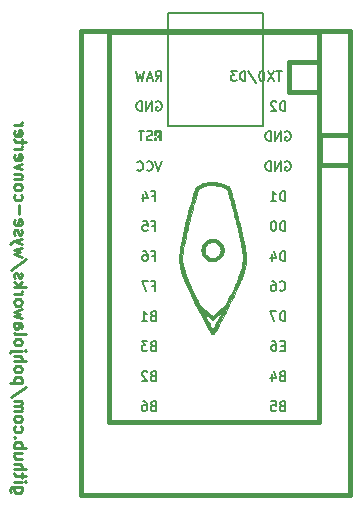
<source format=gbo>
G04 #@! TF.GenerationSoftware,KiCad,Pcbnew,(5.1.5-0-10_14)*
G04 #@! TF.CreationDate,2020-10-21T17:45:19+03:00*
G04 #@! TF.ProjectId,Wyse-converter,57797365-2d63-46f6-9e76-65727465722e,rev?*
G04 #@! TF.SameCoordinates,Original*
G04 #@! TF.FileFunction,Legend,Bot*
G04 #@! TF.FilePolarity,Positive*
%FSLAX46Y46*%
G04 Gerber Fmt 4.6, Leading zero omitted, Abs format (unit mm)*
G04 Created by KiCad (PCBNEW (5.1.5-0-10_14)) date 2020-10-21 17:45:19*
%MOMM*%
%LPD*%
G04 APERTURE LIST*
%ADD10C,0.250000*%
%ADD11C,0.010000*%
%ADD12C,0.381000*%
%ADD13C,0.200000*%
%ADD14C,0.150000*%
G04 APERTURE END LIST*
D10*
X86114285Y-86900476D02*
X85304761Y-86900476D01*
X85209523Y-86948095D01*
X85161904Y-86995714D01*
X85114285Y-87090952D01*
X85114285Y-87233809D01*
X85161904Y-87329047D01*
X85495238Y-86900476D02*
X85447619Y-86995714D01*
X85447619Y-87186190D01*
X85495238Y-87281428D01*
X85542857Y-87329047D01*
X85638095Y-87376666D01*
X85923809Y-87376666D01*
X86019047Y-87329047D01*
X86066666Y-87281428D01*
X86114285Y-87186190D01*
X86114285Y-86995714D01*
X86066666Y-86900476D01*
X85447619Y-86424285D02*
X86114285Y-86424285D01*
X86447619Y-86424285D02*
X86400000Y-86471904D01*
X86352380Y-86424285D01*
X86400000Y-86376666D01*
X86447619Y-86424285D01*
X86352380Y-86424285D01*
X86114285Y-86090952D02*
X86114285Y-85710000D01*
X86447619Y-85948095D02*
X85590476Y-85948095D01*
X85495238Y-85900476D01*
X85447619Y-85805238D01*
X85447619Y-85710000D01*
X85447619Y-85376666D02*
X86447619Y-85376666D01*
X85447619Y-84948095D02*
X85971428Y-84948095D01*
X86066666Y-84995714D01*
X86114285Y-85090952D01*
X86114285Y-85233809D01*
X86066666Y-85329047D01*
X86019047Y-85376666D01*
X86114285Y-84043333D02*
X85447619Y-84043333D01*
X86114285Y-84471904D02*
X85590476Y-84471904D01*
X85495238Y-84424285D01*
X85447619Y-84329047D01*
X85447619Y-84186190D01*
X85495238Y-84090952D01*
X85542857Y-84043333D01*
X85447619Y-83567142D02*
X86447619Y-83567142D01*
X86066666Y-83567142D02*
X86114285Y-83471904D01*
X86114285Y-83281428D01*
X86066666Y-83186190D01*
X86019047Y-83138571D01*
X85923809Y-83090952D01*
X85638095Y-83090952D01*
X85542857Y-83138571D01*
X85495238Y-83186190D01*
X85447619Y-83281428D01*
X85447619Y-83471904D01*
X85495238Y-83567142D01*
X85542857Y-82662380D02*
X85495238Y-82614761D01*
X85447619Y-82662380D01*
X85495238Y-82710000D01*
X85542857Y-82662380D01*
X85447619Y-82662380D01*
X85495238Y-81757619D02*
X85447619Y-81852857D01*
X85447619Y-82043333D01*
X85495238Y-82138571D01*
X85542857Y-82186190D01*
X85638095Y-82233809D01*
X85923809Y-82233809D01*
X86019047Y-82186190D01*
X86066666Y-82138571D01*
X86114285Y-82043333D01*
X86114285Y-81852857D01*
X86066666Y-81757619D01*
X85447619Y-81186190D02*
X85495238Y-81281428D01*
X85542857Y-81329047D01*
X85638095Y-81376666D01*
X85923809Y-81376666D01*
X86019047Y-81329047D01*
X86066666Y-81281428D01*
X86114285Y-81186190D01*
X86114285Y-81043333D01*
X86066666Y-80948095D01*
X86019047Y-80900476D01*
X85923809Y-80852857D01*
X85638095Y-80852857D01*
X85542857Y-80900476D01*
X85495238Y-80948095D01*
X85447619Y-81043333D01*
X85447619Y-81186190D01*
X85447619Y-80424285D02*
X86114285Y-80424285D01*
X86019047Y-80424285D02*
X86066666Y-80376666D01*
X86114285Y-80281428D01*
X86114285Y-80138571D01*
X86066666Y-80043333D01*
X85971428Y-79995714D01*
X85447619Y-79995714D01*
X85971428Y-79995714D02*
X86066666Y-79948095D01*
X86114285Y-79852857D01*
X86114285Y-79710000D01*
X86066666Y-79614761D01*
X85971428Y-79567142D01*
X85447619Y-79567142D01*
X86495238Y-78376666D02*
X85209523Y-79233809D01*
X86114285Y-78043333D02*
X85114285Y-78043333D01*
X86066666Y-78043333D02*
X86114285Y-77948095D01*
X86114285Y-77757619D01*
X86066666Y-77662380D01*
X86019047Y-77614761D01*
X85923809Y-77567142D01*
X85638095Y-77567142D01*
X85542857Y-77614761D01*
X85495238Y-77662380D01*
X85447619Y-77757619D01*
X85447619Y-77948095D01*
X85495238Y-78043333D01*
X85447619Y-76995714D02*
X85495238Y-77090952D01*
X85542857Y-77138571D01*
X85638095Y-77186190D01*
X85923809Y-77186190D01*
X86019047Y-77138571D01*
X86066666Y-77090952D01*
X86114285Y-76995714D01*
X86114285Y-76852857D01*
X86066666Y-76757619D01*
X86019047Y-76710000D01*
X85923809Y-76662380D01*
X85638095Y-76662380D01*
X85542857Y-76710000D01*
X85495238Y-76757619D01*
X85447619Y-76852857D01*
X85447619Y-76995714D01*
X85447619Y-76233809D02*
X86447619Y-76233809D01*
X85447619Y-75805238D02*
X85971428Y-75805238D01*
X86066666Y-75852857D01*
X86114285Y-75948095D01*
X86114285Y-76090952D01*
X86066666Y-76186190D01*
X86019047Y-76233809D01*
X86114285Y-75329047D02*
X85257142Y-75329047D01*
X85161904Y-75376666D01*
X85114285Y-75471904D01*
X85114285Y-75519523D01*
X86447619Y-75329047D02*
X86400000Y-75376666D01*
X86352380Y-75329047D01*
X86400000Y-75281428D01*
X86447619Y-75329047D01*
X86352380Y-75329047D01*
X85447619Y-74710000D02*
X85495238Y-74805238D01*
X85542857Y-74852857D01*
X85638095Y-74900476D01*
X85923809Y-74900476D01*
X86019047Y-74852857D01*
X86066666Y-74805238D01*
X86114285Y-74710000D01*
X86114285Y-74567142D01*
X86066666Y-74471904D01*
X86019047Y-74424285D01*
X85923809Y-74376666D01*
X85638095Y-74376666D01*
X85542857Y-74424285D01*
X85495238Y-74471904D01*
X85447619Y-74567142D01*
X85447619Y-74710000D01*
X85447619Y-73805238D02*
X85495238Y-73900476D01*
X85590476Y-73948095D01*
X86447619Y-73948095D01*
X85447619Y-72995714D02*
X85971428Y-72995714D01*
X86066666Y-73043333D01*
X86114285Y-73138571D01*
X86114285Y-73329047D01*
X86066666Y-73424285D01*
X85495238Y-72995714D02*
X85447619Y-73090952D01*
X85447619Y-73329047D01*
X85495238Y-73424285D01*
X85590476Y-73471904D01*
X85685714Y-73471904D01*
X85780952Y-73424285D01*
X85828571Y-73329047D01*
X85828571Y-73090952D01*
X85876190Y-72995714D01*
X86114285Y-72614761D02*
X85447619Y-72424285D01*
X85923809Y-72233809D01*
X85447619Y-72043333D01*
X86114285Y-71852857D01*
X85447619Y-71329047D02*
X85495238Y-71424285D01*
X85542857Y-71471904D01*
X85638095Y-71519523D01*
X85923809Y-71519523D01*
X86019047Y-71471904D01*
X86066666Y-71424285D01*
X86114285Y-71329047D01*
X86114285Y-71186190D01*
X86066666Y-71090952D01*
X86019047Y-71043333D01*
X85923809Y-70995714D01*
X85638095Y-70995714D01*
X85542857Y-71043333D01*
X85495238Y-71090952D01*
X85447619Y-71186190D01*
X85447619Y-71329047D01*
X85447619Y-70567142D02*
X86114285Y-70567142D01*
X85923809Y-70567142D02*
X86019047Y-70519523D01*
X86066666Y-70471904D01*
X86114285Y-70376666D01*
X86114285Y-70281428D01*
X85447619Y-69948095D02*
X86447619Y-69948095D01*
X85828571Y-69852857D02*
X85447619Y-69567142D01*
X86114285Y-69567142D02*
X85733333Y-69948095D01*
X85495238Y-69186190D02*
X85447619Y-69090952D01*
X85447619Y-68900476D01*
X85495238Y-68805238D01*
X85590476Y-68757619D01*
X85638095Y-68757619D01*
X85733333Y-68805238D01*
X85780952Y-68900476D01*
X85780952Y-69043333D01*
X85828571Y-69138571D01*
X85923809Y-69186190D01*
X85971428Y-69186190D01*
X86066666Y-69138571D01*
X86114285Y-69043333D01*
X86114285Y-68900476D01*
X86066666Y-68805238D01*
X86495238Y-67614761D02*
X85209523Y-68471904D01*
X86114285Y-67376666D02*
X85447619Y-67186190D01*
X85923809Y-66995714D01*
X85447619Y-66805238D01*
X86114285Y-66614761D01*
X86114285Y-66329047D02*
X85447619Y-66090952D01*
X86114285Y-65852857D02*
X85447619Y-66090952D01*
X85209523Y-66186190D01*
X85161904Y-66233809D01*
X85114285Y-66329047D01*
X85495238Y-65519523D02*
X85447619Y-65424285D01*
X85447619Y-65233809D01*
X85495238Y-65138571D01*
X85590476Y-65090952D01*
X85638095Y-65090952D01*
X85733333Y-65138571D01*
X85780952Y-65233809D01*
X85780952Y-65376666D01*
X85828571Y-65471904D01*
X85923809Y-65519523D01*
X85971428Y-65519523D01*
X86066666Y-65471904D01*
X86114285Y-65376666D01*
X86114285Y-65233809D01*
X86066666Y-65138571D01*
X85495238Y-64281428D02*
X85447619Y-64376666D01*
X85447619Y-64567142D01*
X85495238Y-64662380D01*
X85590476Y-64710000D01*
X85971428Y-64710000D01*
X86066666Y-64662380D01*
X86114285Y-64567142D01*
X86114285Y-64376666D01*
X86066666Y-64281428D01*
X85971428Y-64233809D01*
X85876190Y-64233809D01*
X85780952Y-64710000D01*
X85828571Y-63805238D02*
X85828571Y-63043333D01*
X85495238Y-62138571D02*
X85447619Y-62233809D01*
X85447619Y-62424285D01*
X85495238Y-62519523D01*
X85542857Y-62567142D01*
X85638095Y-62614761D01*
X85923809Y-62614761D01*
X86019047Y-62567142D01*
X86066666Y-62519523D01*
X86114285Y-62424285D01*
X86114285Y-62233809D01*
X86066666Y-62138571D01*
X85447619Y-61567142D02*
X85495238Y-61662380D01*
X85542857Y-61710000D01*
X85638095Y-61757619D01*
X85923809Y-61757619D01*
X86019047Y-61710000D01*
X86066666Y-61662380D01*
X86114285Y-61567142D01*
X86114285Y-61424285D01*
X86066666Y-61329047D01*
X86019047Y-61281428D01*
X85923809Y-61233809D01*
X85638095Y-61233809D01*
X85542857Y-61281428D01*
X85495238Y-61329047D01*
X85447619Y-61424285D01*
X85447619Y-61567142D01*
X86114285Y-60805238D02*
X85447619Y-60805238D01*
X86019047Y-60805238D02*
X86066666Y-60757619D01*
X86114285Y-60662380D01*
X86114285Y-60519523D01*
X86066666Y-60424285D01*
X85971428Y-60376666D01*
X85447619Y-60376666D01*
X86114285Y-59995714D02*
X85447619Y-59757619D01*
X86114285Y-59519523D01*
X85495238Y-58757619D02*
X85447619Y-58852857D01*
X85447619Y-59043333D01*
X85495238Y-59138571D01*
X85590476Y-59186190D01*
X85971428Y-59186190D01*
X86066666Y-59138571D01*
X86114285Y-59043333D01*
X86114285Y-58852857D01*
X86066666Y-58757619D01*
X85971428Y-58710000D01*
X85876190Y-58710000D01*
X85780952Y-59186190D01*
X85447619Y-58281428D02*
X86114285Y-58281428D01*
X85923809Y-58281428D02*
X86019047Y-58233809D01*
X86066666Y-58186190D01*
X86114285Y-58090952D01*
X86114285Y-57995714D01*
X86114285Y-57805238D02*
X86114285Y-57424285D01*
X86447619Y-57662380D02*
X85590476Y-57662380D01*
X85495238Y-57614761D01*
X85447619Y-57519523D01*
X85447619Y-57424285D01*
X85495238Y-56710000D02*
X85447619Y-56805238D01*
X85447619Y-56995714D01*
X85495238Y-57090952D01*
X85590476Y-57138571D01*
X85971428Y-57138571D01*
X86066666Y-57090952D01*
X86114285Y-56995714D01*
X86114285Y-56805238D01*
X86066666Y-56710000D01*
X85971428Y-56662380D01*
X85876190Y-56662380D01*
X85780952Y-57138571D01*
X85447619Y-56233809D02*
X86114285Y-56233809D01*
X85923809Y-56233809D02*
X86019047Y-56186190D01*
X86066666Y-56138571D01*
X86114285Y-56043333D01*
X86114285Y-55948095D01*
D11*
G36*
X102080002Y-65889158D02*
G01*
X101903890Y-65940631D01*
X101738358Y-66027358D01*
X101601776Y-66137281D01*
X101475103Y-66284733D01*
X101386988Y-66445063D01*
X101335885Y-66622284D01*
X101320246Y-66820409D01*
X101321321Y-66865000D01*
X101327623Y-66970720D01*
X101338903Y-67050368D01*
X101358707Y-67120181D01*
X101390585Y-67196395D01*
X101396512Y-67209138D01*
X101495638Y-67373167D01*
X101625931Y-67515256D01*
X101780572Y-67630205D01*
X101952740Y-67712811D01*
X102111250Y-67754286D01*
X102197968Y-67767029D01*
X102263752Y-67771457D01*
X102328654Y-67767497D01*
X102412724Y-67755077D01*
X102424199Y-67753159D01*
X102596703Y-67703658D01*
X102760684Y-67617583D01*
X102908608Y-67500680D01*
X103032944Y-67358695D01*
X103111423Y-67228787D01*
X103149251Y-67148296D01*
X103173150Y-67082576D01*
X103186884Y-67015748D01*
X103194217Y-66931932D01*
X103197093Y-66867374D01*
X103195845Y-66810223D01*
X102933890Y-66810223D01*
X102915468Y-66963386D01*
X102864684Y-67108554D01*
X102784332Y-67239515D01*
X102677210Y-67350058D01*
X102546114Y-67433972D01*
X102424147Y-67478190D01*
X102318466Y-67491358D01*
X102194854Y-67486650D01*
X102072873Y-67465843D01*
X101989511Y-67438754D01*
X101853918Y-67358784D01*
X101742795Y-67249533D01*
X101658980Y-67118111D01*
X101605309Y-66971627D01*
X101584620Y-66817188D01*
X101599749Y-66661903D01*
X101635350Y-66551377D01*
X101699533Y-66442568D01*
X101791510Y-66338818D01*
X101899553Y-66250737D01*
X102011933Y-66188941D01*
X102051132Y-66175189D01*
X102190297Y-66150415D01*
X102336435Y-66151207D01*
X102473457Y-66176589D01*
X102549292Y-66205459D01*
X102649856Y-66268614D01*
X102747574Y-66354341D01*
X102828097Y-66448928D01*
X102862456Y-66504751D01*
X102917151Y-66655274D01*
X102933890Y-66810223D01*
X103195845Y-66810223D01*
X103193234Y-66690684D01*
X103165024Y-66538102D01*
X103109147Y-66397000D01*
X103044962Y-66287895D01*
X102923080Y-66140129D01*
X102778147Y-66024107D01*
X102615767Y-65940414D01*
X102441546Y-65889635D01*
X102261090Y-65872354D01*
X102080002Y-65889158D01*
G37*
X102080002Y-65889158D02*
X101903890Y-65940631D01*
X101738358Y-66027358D01*
X101601776Y-66137281D01*
X101475103Y-66284733D01*
X101386988Y-66445063D01*
X101335885Y-66622284D01*
X101320246Y-66820409D01*
X101321321Y-66865000D01*
X101327623Y-66970720D01*
X101338903Y-67050368D01*
X101358707Y-67120181D01*
X101390585Y-67196395D01*
X101396512Y-67209138D01*
X101495638Y-67373167D01*
X101625931Y-67515256D01*
X101780572Y-67630205D01*
X101952740Y-67712811D01*
X102111250Y-67754286D01*
X102197968Y-67767029D01*
X102263752Y-67771457D01*
X102328654Y-67767497D01*
X102412724Y-67755077D01*
X102424199Y-67753159D01*
X102596703Y-67703658D01*
X102760684Y-67617583D01*
X102908608Y-67500680D01*
X103032944Y-67358695D01*
X103111423Y-67228787D01*
X103149251Y-67148296D01*
X103173150Y-67082576D01*
X103186884Y-67015748D01*
X103194217Y-66931932D01*
X103197093Y-66867374D01*
X103195845Y-66810223D01*
X102933890Y-66810223D01*
X102915468Y-66963386D01*
X102864684Y-67108554D01*
X102784332Y-67239515D01*
X102677210Y-67350058D01*
X102546114Y-67433972D01*
X102424147Y-67478190D01*
X102318466Y-67491358D01*
X102194854Y-67486650D01*
X102072873Y-67465843D01*
X101989511Y-67438754D01*
X101853918Y-67358784D01*
X101742795Y-67249533D01*
X101658980Y-67118111D01*
X101605309Y-66971627D01*
X101584620Y-66817188D01*
X101599749Y-66661903D01*
X101635350Y-66551377D01*
X101699533Y-66442568D01*
X101791510Y-66338818D01*
X101899553Y-66250737D01*
X102011933Y-66188941D01*
X102051132Y-66175189D01*
X102190297Y-66150415D01*
X102336435Y-66151207D01*
X102473457Y-66176589D01*
X102549292Y-66205459D01*
X102649856Y-66268614D01*
X102747574Y-66354341D01*
X102828097Y-66448928D01*
X102862456Y-66504751D01*
X102917151Y-66655274D01*
X102933890Y-66810223D01*
X103195845Y-66810223D01*
X103193234Y-66690684D01*
X103165024Y-66538102D01*
X103109147Y-66397000D01*
X103044962Y-66287895D01*
X102923080Y-66140129D01*
X102778147Y-66024107D01*
X102615767Y-65940414D01*
X102441546Y-65889635D01*
X102261090Y-65872354D01*
X102080002Y-65889158D01*
G36*
X101908578Y-61064533D02*
G01*
X101606691Y-61125216D01*
X101449122Y-61173937D01*
X101302852Y-61230821D01*
X101157497Y-61297506D01*
X101024209Y-61368251D01*
X100914140Y-61437314D01*
X100864736Y-61474838D01*
X100848327Y-61488261D01*
X100833905Y-61500722D01*
X100820553Y-61515113D01*
X100807358Y-61534323D01*
X100793403Y-61561242D01*
X100777774Y-61598760D01*
X100759554Y-61649768D01*
X100737828Y-61717155D01*
X100711682Y-61803812D01*
X100680199Y-61912629D01*
X100642465Y-62046495D01*
X100597563Y-62208301D01*
X100544579Y-62400937D01*
X100482597Y-62627293D01*
X100410702Y-62890259D01*
X100374528Y-63022565D01*
X100219233Y-63598082D01*
X100077620Y-64138792D01*
X99949818Y-64644124D01*
X99835956Y-65113509D01*
X99736164Y-65546378D01*
X99650570Y-65942160D01*
X99579305Y-66300285D01*
X99522497Y-66620185D01*
X99480276Y-66901288D01*
X99463859Y-67034333D01*
X99441151Y-67303102D01*
X99435652Y-67562793D01*
X99448376Y-67819356D01*
X99480340Y-68078739D01*
X99532559Y-68346891D01*
X99606049Y-68629760D01*
X99701825Y-68933296D01*
X99820902Y-69263448D01*
X99863143Y-69373250D01*
X99921621Y-69516278D01*
X99998230Y-69692555D01*
X100090982Y-69898081D01*
X100197888Y-70128859D01*
X100316959Y-70380890D01*
X100446207Y-70650175D01*
X100583642Y-70932717D01*
X100727278Y-71224517D01*
X100875124Y-71521577D01*
X101025192Y-71819898D01*
X101175493Y-72115482D01*
X101324039Y-72404331D01*
X101468841Y-72682447D01*
X101607911Y-72945830D01*
X101739259Y-73190483D01*
X101860898Y-73412407D01*
X101958153Y-73585416D01*
X102030248Y-73711125D01*
X102085525Y-73804644D01*
X102127847Y-73870723D01*
X102161076Y-73914110D01*
X102189074Y-73939554D01*
X102215704Y-73951805D01*
X102244828Y-73955610D01*
X102259417Y-73955833D01*
X102318882Y-73944296D01*
X102359292Y-73918791D01*
X102394741Y-73870049D01*
X102447194Y-73786338D01*
X102515049Y-73670716D01*
X102596703Y-73526238D01*
X102690552Y-73355962D01*
X102794993Y-73162943D01*
X102908424Y-72950238D01*
X103029241Y-72720904D01*
X103155841Y-72477996D01*
X103286621Y-72224572D01*
X103355981Y-72088882D01*
X103054721Y-72088882D01*
X102982158Y-72223316D01*
X102948529Y-72286020D01*
X102899901Y-72377224D01*
X102841029Y-72487984D01*
X102776667Y-72609357D01*
X102719400Y-72717583D01*
X102647935Y-72852206D01*
X102571749Y-72994728D01*
X102497452Y-73132852D01*
X102431651Y-73254282D01*
X102394621Y-73321969D01*
X102260038Y-73566521D01*
X102078445Y-73237302D01*
X102001613Y-73096722D01*
X101914559Y-72935362D01*
X101826339Y-72770127D01*
X101746011Y-72617926D01*
X101720683Y-72569416D01*
X101660709Y-72454730D01*
X101604373Y-72348114D01*
X101555813Y-72257319D01*
X101519172Y-72190096D01*
X101501048Y-72158210D01*
X101481692Y-72124086D01*
X101475578Y-72106221D01*
X101485954Y-72106734D01*
X101516069Y-72127742D01*
X101569169Y-72171364D01*
X101648503Y-72239718D01*
X101714716Y-72297574D01*
X101855106Y-72419779D01*
X101968060Y-72516087D01*
X102057289Y-72589274D01*
X102126501Y-72642114D01*
X102179407Y-72677385D01*
X102219715Y-72697861D01*
X102251134Y-72706320D01*
X102261773Y-72706960D01*
X102292010Y-72700602D01*
X102333577Y-72679475D01*
X102390892Y-72640446D01*
X102468374Y-72580388D01*
X102570442Y-72496167D01*
X102627786Y-72447669D01*
X102728171Y-72362416D01*
X102821442Y-72283412D01*
X102901225Y-72216038D01*
X102961150Y-72165677D01*
X102993688Y-72138649D01*
X103054721Y-72088882D01*
X103355981Y-72088882D01*
X103419978Y-71963687D01*
X103554309Y-71698398D01*
X103688011Y-71431761D01*
X103819480Y-71166833D01*
X103947114Y-70906671D01*
X104044742Y-70705354D01*
X104167022Y-70451213D01*
X104272552Y-70230362D01*
X104363348Y-70038141D01*
X104441428Y-69869895D01*
X104508810Y-69720966D01*
X104567511Y-69586697D01*
X104619548Y-69462431D01*
X104666938Y-69343510D01*
X104711700Y-69225278D01*
X104755849Y-69103078D01*
X104801405Y-68972251D01*
X104823493Y-68907583D01*
X104925190Y-68584031D01*
X105000937Y-68284204D01*
X105051829Y-67999259D01*
X105078957Y-67720350D01*
X105082210Y-67514763D01*
X104820856Y-67514763D01*
X104817665Y-67662862D01*
X104811135Y-67750099D01*
X104788729Y-67935056D01*
X104756723Y-68124057D01*
X104714088Y-68319817D01*
X104659790Y-68525055D01*
X104592798Y-68742488D01*
X104512082Y-68974833D01*
X104416608Y-69224807D01*
X104305345Y-69495128D01*
X104177263Y-69788513D01*
X104031328Y-70107679D01*
X103866509Y-70455345D01*
X103681775Y-70834226D01*
X103506329Y-71186821D01*
X103392954Y-71412893D01*
X103027269Y-71737756D01*
X102907608Y-71843699D01*
X102784437Y-71952115D01*
X102666029Y-72055768D01*
X102560655Y-72147422D01*
X102476588Y-72219839D01*
X102460500Y-72233554D01*
X102259417Y-72404488D01*
X102121834Y-72284417D01*
X102067022Y-72236581D01*
X101986596Y-72166390D01*
X101886837Y-72079325D01*
X101774023Y-71980867D01*
X101654436Y-71876497D01*
X101571500Y-71804114D01*
X101458809Y-71705426D01*
X101355977Y-71614734D01*
X101267548Y-71536096D01*
X101198066Y-71473572D01*
X101152078Y-71431222D01*
X101134744Y-71413983D01*
X101119874Y-71388032D01*
X101089061Y-71328602D01*
X101044601Y-71240417D01*
X100988791Y-71128200D01*
X100923927Y-70996676D01*
X100852306Y-70850567D01*
X100776226Y-70694597D01*
X100697982Y-70533489D01*
X100619872Y-70371968D01*
X100544192Y-70214756D01*
X100473239Y-70066577D01*
X100409309Y-69932155D01*
X100354701Y-69816213D01*
X100311709Y-69723474D01*
X100296846Y-69690750D01*
X100137283Y-69320660D01*
X100004350Y-68977906D01*
X99896698Y-68658048D01*
X99812980Y-68356651D01*
X99751850Y-68069277D01*
X99711961Y-67791487D01*
X99707699Y-67750099D01*
X99699049Y-67612646D01*
X99698853Y-67459825D01*
X99707501Y-67289298D01*
X99725383Y-67098727D01*
X99752888Y-66885772D01*
X99790406Y-66648096D01*
X99838326Y-66383361D01*
X99897039Y-66089228D01*
X99966933Y-65763358D01*
X100048399Y-65403414D01*
X100141826Y-65007056D01*
X100215391Y-64703249D01*
X100265492Y-64501166D01*
X100320630Y-64283894D01*
X100379792Y-64055066D01*
X100441966Y-63818314D01*
X100506141Y-63577269D01*
X100571302Y-63335564D01*
X100636440Y-63096831D01*
X100700541Y-62864703D01*
X100762593Y-62642810D01*
X100821584Y-62434785D01*
X100876501Y-62244261D01*
X100926333Y-62074870D01*
X100970068Y-61930243D01*
X101006693Y-61814012D01*
X101035196Y-61729811D01*
X101054564Y-61681270D01*
X101060172Y-61671867D01*
X101095772Y-61644793D01*
X101160948Y-61606402D01*
X101246112Y-61561447D01*
X101341676Y-61514681D01*
X101438052Y-61470858D01*
X101525651Y-61434732D01*
X101572240Y-61417991D01*
X101843921Y-61349729D01*
X102129709Y-61317009D01*
X102420825Y-61319755D01*
X102708490Y-61357896D01*
X102979084Y-61429709D01*
X103056448Y-61459535D01*
X103151097Y-61501214D01*
X103251173Y-61548938D01*
X103344822Y-61596900D01*
X103420188Y-61639292D01*
X103458264Y-61664455D01*
X103471765Y-61690748D01*
X103494880Y-61754470D01*
X103526621Y-61852067D01*
X103565998Y-61979983D01*
X103612025Y-62134664D01*
X103663711Y-62312556D01*
X103720070Y-62510103D01*
X103780111Y-62723750D01*
X103842848Y-62949944D01*
X103907290Y-63185128D01*
X103972451Y-63425748D01*
X104037340Y-63668250D01*
X104100971Y-63909079D01*
X104162354Y-64144680D01*
X104220501Y-64371497D01*
X104274423Y-64585977D01*
X104304028Y-64706000D01*
X104406408Y-65130327D01*
X104496490Y-65516588D01*
X104574662Y-65867102D01*
X104641311Y-66184190D01*
X104696822Y-66470174D01*
X104741583Y-66727375D01*
X104775980Y-66958113D01*
X104800400Y-67164710D01*
X104815230Y-67349486D01*
X104820856Y-67514763D01*
X105082210Y-67514763D01*
X105083415Y-67438632D01*
X105066295Y-67145262D01*
X105054975Y-67034333D01*
X105023524Y-66796282D01*
X104978611Y-66520167D01*
X104920685Y-66207904D01*
X104850196Y-65861410D01*
X104767592Y-65482602D01*
X104673323Y-65073399D01*
X104567839Y-64635717D01*
X104451587Y-64171473D01*
X104325018Y-63682585D01*
X104188580Y-63170969D01*
X104042724Y-62638544D01*
X103934254Y-62250927D01*
X103879152Y-62055227D01*
X103833635Y-61895574D01*
X103795172Y-61767449D01*
X103761232Y-61666337D01*
X103729283Y-61587721D01*
X103696794Y-61527085D01*
X103661234Y-61479912D01*
X103620071Y-61441686D01*
X103570774Y-61407890D01*
X103510812Y-61374008D01*
X103437654Y-61335522D01*
X103414322Y-61323234D01*
X103133642Y-61198062D01*
X102836734Y-61109151D01*
X102529592Y-61056956D01*
X102218209Y-61041931D01*
X101908578Y-61064533D01*
G37*
X101908578Y-61064533D02*
X101606691Y-61125216D01*
X101449122Y-61173937D01*
X101302852Y-61230821D01*
X101157497Y-61297506D01*
X101024209Y-61368251D01*
X100914140Y-61437314D01*
X100864736Y-61474838D01*
X100848327Y-61488261D01*
X100833905Y-61500722D01*
X100820553Y-61515113D01*
X100807358Y-61534323D01*
X100793403Y-61561242D01*
X100777774Y-61598760D01*
X100759554Y-61649768D01*
X100737828Y-61717155D01*
X100711682Y-61803812D01*
X100680199Y-61912629D01*
X100642465Y-62046495D01*
X100597563Y-62208301D01*
X100544579Y-62400937D01*
X100482597Y-62627293D01*
X100410702Y-62890259D01*
X100374528Y-63022565D01*
X100219233Y-63598082D01*
X100077620Y-64138792D01*
X99949818Y-64644124D01*
X99835956Y-65113509D01*
X99736164Y-65546378D01*
X99650570Y-65942160D01*
X99579305Y-66300285D01*
X99522497Y-66620185D01*
X99480276Y-66901288D01*
X99463859Y-67034333D01*
X99441151Y-67303102D01*
X99435652Y-67562793D01*
X99448376Y-67819356D01*
X99480340Y-68078739D01*
X99532559Y-68346891D01*
X99606049Y-68629760D01*
X99701825Y-68933296D01*
X99820902Y-69263448D01*
X99863143Y-69373250D01*
X99921621Y-69516278D01*
X99998230Y-69692555D01*
X100090982Y-69898081D01*
X100197888Y-70128859D01*
X100316959Y-70380890D01*
X100446207Y-70650175D01*
X100583642Y-70932717D01*
X100727278Y-71224517D01*
X100875124Y-71521577D01*
X101025192Y-71819898D01*
X101175493Y-72115482D01*
X101324039Y-72404331D01*
X101468841Y-72682447D01*
X101607911Y-72945830D01*
X101739259Y-73190483D01*
X101860898Y-73412407D01*
X101958153Y-73585416D01*
X102030248Y-73711125D01*
X102085525Y-73804644D01*
X102127847Y-73870723D01*
X102161076Y-73914110D01*
X102189074Y-73939554D01*
X102215704Y-73951805D01*
X102244828Y-73955610D01*
X102259417Y-73955833D01*
X102318882Y-73944296D01*
X102359292Y-73918791D01*
X102394741Y-73870049D01*
X102447194Y-73786338D01*
X102515049Y-73670716D01*
X102596703Y-73526238D01*
X102690552Y-73355962D01*
X102794993Y-73162943D01*
X102908424Y-72950238D01*
X103029241Y-72720904D01*
X103155841Y-72477996D01*
X103286621Y-72224572D01*
X103355981Y-72088882D01*
X103054721Y-72088882D01*
X102982158Y-72223316D01*
X102948529Y-72286020D01*
X102899901Y-72377224D01*
X102841029Y-72487984D01*
X102776667Y-72609357D01*
X102719400Y-72717583D01*
X102647935Y-72852206D01*
X102571749Y-72994728D01*
X102497452Y-73132852D01*
X102431651Y-73254282D01*
X102394621Y-73321969D01*
X102260038Y-73566521D01*
X102078445Y-73237302D01*
X102001613Y-73096722D01*
X101914559Y-72935362D01*
X101826339Y-72770127D01*
X101746011Y-72617926D01*
X101720683Y-72569416D01*
X101660709Y-72454730D01*
X101604373Y-72348114D01*
X101555813Y-72257319D01*
X101519172Y-72190096D01*
X101501048Y-72158210D01*
X101481692Y-72124086D01*
X101475578Y-72106221D01*
X101485954Y-72106734D01*
X101516069Y-72127742D01*
X101569169Y-72171364D01*
X101648503Y-72239718D01*
X101714716Y-72297574D01*
X101855106Y-72419779D01*
X101968060Y-72516087D01*
X102057289Y-72589274D01*
X102126501Y-72642114D01*
X102179407Y-72677385D01*
X102219715Y-72697861D01*
X102251134Y-72706320D01*
X102261773Y-72706960D01*
X102292010Y-72700602D01*
X102333577Y-72679475D01*
X102390892Y-72640446D01*
X102468374Y-72580388D01*
X102570442Y-72496167D01*
X102627786Y-72447669D01*
X102728171Y-72362416D01*
X102821442Y-72283412D01*
X102901225Y-72216038D01*
X102961150Y-72165677D01*
X102993688Y-72138649D01*
X103054721Y-72088882D01*
X103355981Y-72088882D01*
X103419978Y-71963687D01*
X103554309Y-71698398D01*
X103688011Y-71431761D01*
X103819480Y-71166833D01*
X103947114Y-70906671D01*
X104044742Y-70705354D01*
X104167022Y-70451213D01*
X104272552Y-70230362D01*
X104363348Y-70038141D01*
X104441428Y-69869895D01*
X104508810Y-69720966D01*
X104567511Y-69586697D01*
X104619548Y-69462431D01*
X104666938Y-69343510D01*
X104711700Y-69225278D01*
X104755849Y-69103078D01*
X104801405Y-68972251D01*
X104823493Y-68907583D01*
X104925190Y-68584031D01*
X105000937Y-68284204D01*
X105051829Y-67999259D01*
X105078957Y-67720350D01*
X105082210Y-67514763D01*
X104820856Y-67514763D01*
X104817665Y-67662862D01*
X104811135Y-67750099D01*
X104788729Y-67935056D01*
X104756723Y-68124057D01*
X104714088Y-68319817D01*
X104659790Y-68525055D01*
X104592798Y-68742488D01*
X104512082Y-68974833D01*
X104416608Y-69224807D01*
X104305345Y-69495128D01*
X104177263Y-69788513D01*
X104031328Y-70107679D01*
X103866509Y-70455345D01*
X103681775Y-70834226D01*
X103506329Y-71186821D01*
X103392954Y-71412893D01*
X103027269Y-71737756D01*
X102907608Y-71843699D01*
X102784437Y-71952115D01*
X102666029Y-72055768D01*
X102560655Y-72147422D01*
X102476588Y-72219839D01*
X102460500Y-72233554D01*
X102259417Y-72404488D01*
X102121834Y-72284417D01*
X102067022Y-72236581D01*
X101986596Y-72166390D01*
X101886837Y-72079325D01*
X101774023Y-71980867D01*
X101654436Y-71876497D01*
X101571500Y-71804114D01*
X101458809Y-71705426D01*
X101355977Y-71614734D01*
X101267548Y-71536096D01*
X101198066Y-71473572D01*
X101152078Y-71431222D01*
X101134744Y-71413983D01*
X101119874Y-71388032D01*
X101089061Y-71328602D01*
X101044601Y-71240417D01*
X100988791Y-71128200D01*
X100923927Y-70996676D01*
X100852306Y-70850567D01*
X100776226Y-70694597D01*
X100697982Y-70533489D01*
X100619872Y-70371968D01*
X100544192Y-70214756D01*
X100473239Y-70066577D01*
X100409309Y-69932155D01*
X100354701Y-69816213D01*
X100311709Y-69723474D01*
X100296846Y-69690750D01*
X100137283Y-69320660D01*
X100004350Y-68977906D01*
X99896698Y-68658048D01*
X99812980Y-68356651D01*
X99751850Y-68069277D01*
X99711961Y-67791487D01*
X99707699Y-67750099D01*
X99699049Y-67612646D01*
X99698853Y-67459825D01*
X99707501Y-67289298D01*
X99725383Y-67098727D01*
X99752888Y-66885772D01*
X99790406Y-66648096D01*
X99838326Y-66383361D01*
X99897039Y-66089228D01*
X99966933Y-65763358D01*
X100048399Y-65403414D01*
X100141826Y-65007056D01*
X100215391Y-64703249D01*
X100265492Y-64501166D01*
X100320630Y-64283894D01*
X100379792Y-64055066D01*
X100441966Y-63818314D01*
X100506141Y-63577269D01*
X100571302Y-63335564D01*
X100636440Y-63096831D01*
X100700541Y-62864703D01*
X100762593Y-62642810D01*
X100821584Y-62434785D01*
X100876501Y-62244261D01*
X100926333Y-62074870D01*
X100970068Y-61930243D01*
X101006693Y-61814012D01*
X101035196Y-61729811D01*
X101054564Y-61681270D01*
X101060172Y-61671867D01*
X101095772Y-61644793D01*
X101160948Y-61606402D01*
X101246112Y-61561447D01*
X101341676Y-61514681D01*
X101438052Y-61470858D01*
X101525651Y-61434732D01*
X101572240Y-61417991D01*
X101843921Y-61349729D01*
X102129709Y-61317009D01*
X102420825Y-61319755D01*
X102708490Y-61357896D01*
X102979084Y-61429709D01*
X103056448Y-61459535D01*
X103151097Y-61501214D01*
X103251173Y-61548938D01*
X103344822Y-61596900D01*
X103420188Y-61639292D01*
X103458264Y-61664455D01*
X103471765Y-61690748D01*
X103494880Y-61754470D01*
X103526621Y-61852067D01*
X103565998Y-61979983D01*
X103612025Y-62134664D01*
X103663711Y-62312556D01*
X103720070Y-62510103D01*
X103780111Y-62723750D01*
X103842848Y-62949944D01*
X103907290Y-63185128D01*
X103972451Y-63425748D01*
X104037340Y-63668250D01*
X104100971Y-63909079D01*
X104162354Y-64144680D01*
X104220501Y-64371497D01*
X104274423Y-64585977D01*
X104304028Y-64706000D01*
X104406408Y-65130327D01*
X104496490Y-65516588D01*
X104574662Y-65867102D01*
X104641311Y-66184190D01*
X104696822Y-66470174D01*
X104741583Y-66727375D01*
X104775980Y-66958113D01*
X104800400Y-67164710D01*
X104815230Y-67349486D01*
X104820856Y-67514763D01*
X105082210Y-67514763D01*
X105083415Y-67438632D01*
X105066295Y-67145262D01*
X105054975Y-67034333D01*
X105023524Y-66796282D01*
X104978611Y-66520167D01*
X104920685Y-66207904D01*
X104850196Y-65861410D01*
X104767592Y-65482602D01*
X104673323Y-65073399D01*
X104567839Y-64635717D01*
X104451587Y-64171473D01*
X104325018Y-63682585D01*
X104188580Y-63170969D01*
X104042724Y-62638544D01*
X103934254Y-62250927D01*
X103879152Y-62055227D01*
X103833635Y-61895574D01*
X103795172Y-61767449D01*
X103761232Y-61666337D01*
X103729283Y-61587721D01*
X103696794Y-61527085D01*
X103661234Y-61479912D01*
X103620071Y-61441686D01*
X103570774Y-61407890D01*
X103510812Y-61374008D01*
X103437654Y-61335522D01*
X103414322Y-61323234D01*
X103133642Y-61198062D01*
X102836734Y-61109151D01*
X102529592Y-61056956D01*
X102218209Y-61041931D01*
X101908578Y-61064533D01*
D12*
X91120000Y-48250000D02*
X113900000Y-48250000D01*
X113900000Y-48250000D02*
X113900000Y-87530000D01*
X113900000Y-87530000D02*
X91120000Y-87530000D01*
X91120000Y-87530000D02*
X91120000Y-48250000D01*
X111360000Y-57050000D02*
X111360000Y-59590000D01*
X111360000Y-59590000D02*
X113900000Y-59590000D01*
X111360000Y-57050000D02*
X113900000Y-57050000D01*
D13*
X106510000Y-56290000D02*
X98510000Y-56290000D01*
X98510000Y-56290000D02*
X98510000Y-46790000D01*
X98510000Y-46790000D02*
X106510000Y-46790000D01*
X106510000Y-46790000D02*
X106510000Y-56290000D01*
D12*
X111230000Y-50860000D02*
X111230000Y-81340000D01*
X111230000Y-81340000D02*
X93450000Y-81340000D01*
X93450000Y-81340000D02*
X93450000Y-50860000D01*
X108690000Y-50860000D02*
X108690000Y-53400000D01*
X108690000Y-53400000D02*
X111230000Y-53400000D01*
D14*
G36*
X97408432Y-56739360D02*
G01*
X97408432Y-57039360D01*
X97508432Y-57039360D01*
X97508432Y-56739360D01*
X97408432Y-56739360D01*
G37*
X97408432Y-56739360D02*
X97408432Y-57039360D01*
X97508432Y-57039360D01*
X97508432Y-56739360D01*
X97408432Y-56739360D01*
G36*
X97608432Y-57139360D02*
G01*
X97608432Y-57239360D01*
X97708432Y-57239360D01*
X97708432Y-57139360D01*
X97608432Y-57139360D01*
G37*
X97608432Y-57139360D02*
X97608432Y-57239360D01*
X97708432Y-57239360D01*
X97708432Y-57139360D01*
X97608432Y-57139360D01*
G36*
X97408432Y-56739360D02*
G01*
X97408432Y-56839360D01*
X97908432Y-56839360D01*
X97908432Y-56739360D01*
X97408432Y-56739360D01*
G37*
X97408432Y-56739360D02*
X97408432Y-56839360D01*
X97908432Y-56839360D01*
X97908432Y-56739360D01*
X97408432Y-56739360D01*
G36*
X97808432Y-56739360D02*
G01*
X97808432Y-57539360D01*
X97908432Y-57539360D01*
X97908432Y-56739360D01*
X97808432Y-56739360D01*
G37*
X97808432Y-56739360D02*
X97808432Y-57539360D01*
X97908432Y-57539360D01*
X97908432Y-56739360D01*
X97808432Y-56739360D01*
G36*
X97408432Y-57339360D02*
G01*
X97408432Y-57539360D01*
X97508432Y-57539360D01*
X97508432Y-57339360D01*
X97408432Y-57339360D01*
G37*
X97408432Y-57339360D02*
X97408432Y-57539360D01*
X97508432Y-57539360D01*
X97508432Y-57339360D01*
X97408432Y-57339360D01*
D12*
X93450000Y-50860000D02*
X93450000Y-48320000D01*
X93450000Y-48320000D02*
X111230000Y-48320000D01*
X111230000Y-48320000D02*
X111230000Y-50860000D01*
X108690000Y-50860000D02*
X111230000Y-50860000D01*
D14*
X97202809Y-77472857D02*
X97088523Y-77510952D01*
X97050428Y-77549047D01*
X97012333Y-77625238D01*
X97012333Y-77739523D01*
X97050428Y-77815714D01*
X97088523Y-77853809D01*
X97164714Y-77891904D01*
X97469476Y-77891904D01*
X97469476Y-77091904D01*
X97202809Y-77091904D01*
X97126619Y-77130000D01*
X97088523Y-77168095D01*
X97050428Y-77244285D01*
X97050428Y-77320476D01*
X97088523Y-77396666D01*
X97126619Y-77434761D01*
X97202809Y-77472857D01*
X97469476Y-77472857D01*
X96707571Y-77168095D02*
X96669476Y-77130000D01*
X96593285Y-77091904D01*
X96402809Y-77091904D01*
X96326619Y-77130000D01*
X96288523Y-77168095D01*
X96250428Y-77244285D01*
X96250428Y-77320476D01*
X96288523Y-77434761D01*
X96745666Y-77891904D01*
X96250428Y-77891904D01*
X97145666Y-69852857D02*
X97412333Y-69852857D01*
X97412333Y-70271904D02*
X97412333Y-69471904D01*
X97031380Y-69471904D01*
X96802809Y-69471904D02*
X96269476Y-69471904D01*
X96612333Y-70271904D01*
X97145666Y-67312857D02*
X97412333Y-67312857D01*
X97412333Y-67731904D02*
X97412333Y-66931904D01*
X97031380Y-66931904D01*
X96383761Y-66931904D02*
X96536142Y-66931904D01*
X96612333Y-66970000D01*
X96650428Y-67008095D01*
X96726619Y-67122380D01*
X96764714Y-67274761D01*
X96764714Y-67579523D01*
X96726619Y-67655714D01*
X96688523Y-67693809D01*
X96612333Y-67731904D01*
X96459952Y-67731904D01*
X96383761Y-67693809D01*
X96345666Y-67655714D01*
X96307571Y-67579523D01*
X96307571Y-67389047D01*
X96345666Y-67312857D01*
X96383761Y-67274761D01*
X96459952Y-67236666D01*
X96612333Y-67236666D01*
X96688523Y-67274761D01*
X96726619Y-67312857D01*
X96764714Y-67389047D01*
X97145666Y-64772857D02*
X97412333Y-64772857D01*
X97412333Y-65191904D02*
X97412333Y-64391904D01*
X97031380Y-64391904D01*
X96345666Y-64391904D02*
X96726619Y-64391904D01*
X96764714Y-64772857D01*
X96726619Y-64734761D01*
X96650428Y-64696666D01*
X96459952Y-64696666D01*
X96383761Y-64734761D01*
X96345666Y-64772857D01*
X96307571Y-64849047D01*
X96307571Y-65039523D01*
X96345666Y-65115714D01*
X96383761Y-65153809D01*
X96459952Y-65191904D01*
X96650428Y-65191904D01*
X96726619Y-65153809D01*
X96764714Y-65115714D01*
X97431380Y-52491904D02*
X97698047Y-52110952D01*
X97888523Y-52491904D02*
X97888523Y-51691904D01*
X97583761Y-51691904D01*
X97507571Y-51730000D01*
X97469476Y-51768095D01*
X97431380Y-51844285D01*
X97431380Y-51958571D01*
X97469476Y-52034761D01*
X97507571Y-52072857D01*
X97583761Y-52110952D01*
X97888523Y-52110952D01*
X97126619Y-52263333D02*
X96745666Y-52263333D01*
X97202809Y-52491904D02*
X96936142Y-51691904D01*
X96669476Y-52491904D01*
X96479000Y-51691904D02*
X96288523Y-52491904D01*
X96136142Y-51920476D01*
X95983761Y-52491904D01*
X95793285Y-51691904D01*
X97488523Y-54270000D02*
X97564714Y-54231904D01*
X97679000Y-54231904D01*
X97793285Y-54270000D01*
X97869476Y-54346190D01*
X97907571Y-54422380D01*
X97945666Y-54574761D01*
X97945666Y-54689047D01*
X97907571Y-54841428D01*
X97869476Y-54917619D01*
X97793285Y-54993809D01*
X97679000Y-55031904D01*
X97602809Y-55031904D01*
X97488523Y-54993809D01*
X97450428Y-54955714D01*
X97450428Y-54689047D01*
X97602809Y-54689047D01*
X97107571Y-55031904D02*
X97107571Y-54231904D01*
X96650428Y-55031904D01*
X96650428Y-54231904D01*
X96269476Y-55031904D02*
X96269476Y-54231904D01*
X96079000Y-54231904D01*
X95964714Y-54270000D01*
X95888523Y-54346190D01*
X95850428Y-54422380D01*
X95812333Y-54574761D01*
X95812333Y-54689047D01*
X95850428Y-54841428D01*
X95888523Y-54917619D01*
X95964714Y-54993809D01*
X96079000Y-55031904D01*
X96269476Y-55031904D01*
X97140213Y-57503809D02*
X97025927Y-57541904D01*
X96835451Y-57541904D01*
X96759260Y-57503809D01*
X96721165Y-57465714D01*
X96683070Y-57389523D01*
X96683070Y-57313333D01*
X96721165Y-57237142D01*
X96759260Y-57199047D01*
X96835451Y-57160952D01*
X96987832Y-57122857D01*
X97064022Y-57084761D01*
X97102118Y-57046666D01*
X97140213Y-56970476D01*
X97140213Y-56894285D01*
X97102118Y-56818095D01*
X97064022Y-56780000D01*
X96987832Y-56741904D01*
X96797356Y-56741904D01*
X96683070Y-56780000D01*
X96454499Y-56741904D02*
X95997356Y-56741904D01*
X96225927Y-57541904D02*
X96225927Y-56741904D01*
X97945666Y-59311904D02*
X97679000Y-60111904D01*
X97412333Y-59311904D01*
X96688523Y-60035714D02*
X96726619Y-60073809D01*
X96840904Y-60111904D01*
X96917095Y-60111904D01*
X97031380Y-60073809D01*
X97107571Y-59997619D01*
X97145666Y-59921428D01*
X97183761Y-59769047D01*
X97183761Y-59654761D01*
X97145666Y-59502380D01*
X97107571Y-59426190D01*
X97031380Y-59350000D01*
X96917095Y-59311904D01*
X96840904Y-59311904D01*
X96726619Y-59350000D01*
X96688523Y-59388095D01*
X95888523Y-60035714D02*
X95926619Y-60073809D01*
X96040904Y-60111904D01*
X96117095Y-60111904D01*
X96231380Y-60073809D01*
X96307571Y-59997619D01*
X96345666Y-59921428D01*
X96383761Y-59769047D01*
X96383761Y-59654761D01*
X96345666Y-59502380D01*
X96307571Y-59426190D01*
X96231380Y-59350000D01*
X96117095Y-59311904D01*
X96040904Y-59311904D01*
X95926619Y-59350000D01*
X95888523Y-59388095D01*
X97145666Y-62232857D02*
X97412333Y-62232857D01*
X97412333Y-62651904D02*
X97412333Y-61851904D01*
X97031380Y-61851904D01*
X96383761Y-62118571D02*
X96383761Y-62651904D01*
X96574238Y-61813809D02*
X96764714Y-62385238D01*
X96269476Y-62385238D01*
X97202809Y-72392857D02*
X97088523Y-72430952D01*
X97050428Y-72469047D01*
X97012333Y-72545238D01*
X97012333Y-72659523D01*
X97050428Y-72735714D01*
X97088523Y-72773809D01*
X97164714Y-72811904D01*
X97469476Y-72811904D01*
X97469476Y-72011904D01*
X97202809Y-72011904D01*
X97126619Y-72050000D01*
X97088523Y-72088095D01*
X97050428Y-72164285D01*
X97050428Y-72240476D01*
X97088523Y-72316666D01*
X97126619Y-72354761D01*
X97202809Y-72392857D01*
X97469476Y-72392857D01*
X96250428Y-72811904D02*
X96707571Y-72811904D01*
X96479000Y-72811904D02*
X96479000Y-72011904D01*
X96555190Y-72126190D01*
X96631380Y-72202380D01*
X96707571Y-72240476D01*
X97202809Y-74932857D02*
X97088523Y-74970952D01*
X97050428Y-75009047D01*
X97012333Y-75085238D01*
X97012333Y-75199523D01*
X97050428Y-75275714D01*
X97088523Y-75313809D01*
X97164714Y-75351904D01*
X97469476Y-75351904D01*
X97469476Y-74551904D01*
X97202809Y-74551904D01*
X97126619Y-74590000D01*
X97088523Y-74628095D01*
X97050428Y-74704285D01*
X97050428Y-74780476D01*
X97088523Y-74856666D01*
X97126619Y-74894761D01*
X97202809Y-74932857D01*
X97469476Y-74932857D01*
X96745666Y-74551904D02*
X96250428Y-74551904D01*
X96517095Y-74856666D01*
X96402809Y-74856666D01*
X96326619Y-74894761D01*
X96288523Y-74932857D01*
X96250428Y-75009047D01*
X96250428Y-75199523D01*
X96288523Y-75275714D01*
X96326619Y-75313809D01*
X96402809Y-75351904D01*
X96631380Y-75351904D01*
X96707571Y-75313809D01*
X96745666Y-75275714D01*
X97202809Y-80012857D02*
X97088523Y-80050952D01*
X97050428Y-80089047D01*
X97012333Y-80165238D01*
X97012333Y-80279523D01*
X97050428Y-80355714D01*
X97088523Y-80393809D01*
X97164714Y-80431904D01*
X97469476Y-80431904D01*
X97469476Y-79631904D01*
X97202809Y-79631904D01*
X97126619Y-79670000D01*
X97088523Y-79708095D01*
X97050428Y-79784285D01*
X97050428Y-79860476D01*
X97088523Y-79936666D01*
X97126619Y-79974761D01*
X97202809Y-80012857D01*
X97469476Y-80012857D01*
X96326619Y-79631904D02*
X96479000Y-79631904D01*
X96555190Y-79670000D01*
X96593285Y-79708095D01*
X96669476Y-79822380D01*
X96707571Y-79974761D01*
X96707571Y-80279523D01*
X96669476Y-80355714D01*
X96631380Y-80393809D01*
X96555190Y-80431904D01*
X96402809Y-80431904D01*
X96326619Y-80393809D01*
X96288523Y-80355714D01*
X96250428Y-80279523D01*
X96250428Y-80089047D01*
X96288523Y-80012857D01*
X96326619Y-79974761D01*
X96402809Y-79936666D01*
X96555190Y-79936666D01*
X96631380Y-79974761D01*
X96669476Y-80012857D01*
X96707571Y-80089047D01*
X108124809Y-80012857D02*
X108010523Y-80050952D01*
X107972428Y-80089047D01*
X107934333Y-80165238D01*
X107934333Y-80279523D01*
X107972428Y-80355714D01*
X108010523Y-80393809D01*
X108086714Y-80431904D01*
X108391476Y-80431904D01*
X108391476Y-79631904D01*
X108124809Y-79631904D01*
X108048619Y-79670000D01*
X108010523Y-79708095D01*
X107972428Y-79784285D01*
X107972428Y-79860476D01*
X108010523Y-79936666D01*
X108048619Y-79974761D01*
X108124809Y-80012857D01*
X108391476Y-80012857D01*
X107210523Y-79631904D02*
X107591476Y-79631904D01*
X107629571Y-80012857D01*
X107591476Y-79974761D01*
X107515285Y-79936666D01*
X107324809Y-79936666D01*
X107248619Y-79974761D01*
X107210523Y-80012857D01*
X107172428Y-80089047D01*
X107172428Y-80279523D01*
X107210523Y-80355714D01*
X107248619Y-80393809D01*
X107324809Y-80431904D01*
X107515285Y-80431904D01*
X107591476Y-80393809D01*
X107629571Y-80355714D01*
X108124809Y-77472857D02*
X108010523Y-77510952D01*
X107972428Y-77549047D01*
X107934333Y-77625238D01*
X107934333Y-77739523D01*
X107972428Y-77815714D01*
X108010523Y-77853809D01*
X108086714Y-77891904D01*
X108391476Y-77891904D01*
X108391476Y-77091904D01*
X108124809Y-77091904D01*
X108048619Y-77130000D01*
X108010523Y-77168095D01*
X107972428Y-77244285D01*
X107972428Y-77320476D01*
X108010523Y-77396666D01*
X108048619Y-77434761D01*
X108124809Y-77472857D01*
X108391476Y-77472857D01*
X107248619Y-77358571D02*
X107248619Y-77891904D01*
X107439095Y-77053809D02*
X107629571Y-77625238D01*
X107134333Y-77625238D01*
X108353380Y-74932857D02*
X108086714Y-74932857D01*
X107972428Y-75351904D02*
X108353380Y-75351904D01*
X108353380Y-74551904D01*
X107972428Y-74551904D01*
X107286714Y-74551904D02*
X107439095Y-74551904D01*
X107515285Y-74590000D01*
X107553380Y-74628095D01*
X107629571Y-74742380D01*
X107667666Y-74894761D01*
X107667666Y-75199523D01*
X107629571Y-75275714D01*
X107591476Y-75313809D01*
X107515285Y-75351904D01*
X107362904Y-75351904D01*
X107286714Y-75313809D01*
X107248619Y-75275714D01*
X107210523Y-75199523D01*
X107210523Y-75009047D01*
X107248619Y-74932857D01*
X107286714Y-74894761D01*
X107362904Y-74856666D01*
X107515285Y-74856666D01*
X107591476Y-74894761D01*
X107629571Y-74932857D01*
X107667666Y-75009047D01*
X108391476Y-72811904D02*
X108391476Y-72011904D01*
X108201000Y-72011904D01*
X108086714Y-72050000D01*
X108010523Y-72126190D01*
X107972428Y-72202380D01*
X107934333Y-72354761D01*
X107934333Y-72469047D01*
X107972428Y-72621428D01*
X108010523Y-72697619D01*
X108086714Y-72773809D01*
X108201000Y-72811904D01*
X108391476Y-72811904D01*
X107667666Y-72011904D02*
X107134333Y-72011904D01*
X107477190Y-72811904D01*
X107934333Y-70195714D02*
X107972428Y-70233809D01*
X108086714Y-70271904D01*
X108162904Y-70271904D01*
X108277190Y-70233809D01*
X108353380Y-70157619D01*
X108391476Y-70081428D01*
X108429571Y-69929047D01*
X108429571Y-69814761D01*
X108391476Y-69662380D01*
X108353380Y-69586190D01*
X108277190Y-69510000D01*
X108162904Y-69471904D01*
X108086714Y-69471904D01*
X107972428Y-69510000D01*
X107934333Y-69548095D01*
X107248619Y-69471904D02*
X107401000Y-69471904D01*
X107477190Y-69510000D01*
X107515285Y-69548095D01*
X107591476Y-69662380D01*
X107629571Y-69814761D01*
X107629571Y-70119523D01*
X107591476Y-70195714D01*
X107553380Y-70233809D01*
X107477190Y-70271904D01*
X107324809Y-70271904D01*
X107248619Y-70233809D01*
X107210523Y-70195714D01*
X107172428Y-70119523D01*
X107172428Y-69929047D01*
X107210523Y-69852857D01*
X107248619Y-69814761D01*
X107324809Y-69776666D01*
X107477190Y-69776666D01*
X107553380Y-69814761D01*
X107591476Y-69852857D01*
X107629571Y-69929047D01*
X108391476Y-67731904D02*
X108391476Y-66931904D01*
X108201000Y-66931904D01*
X108086714Y-66970000D01*
X108010523Y-67046190D01*
X107972428Y-67122380D01*
X107934333Y-67274761D01*
X107934333Y-67389047D01*
X107972428Y-67541428D01*
X108010523Y-67617619D01*
X108086714Y-67693809D01*
X108201000Y-67731904D01*
X108391476Y-67731904D01*
X107248619Y-67198571D02*
X107248619Y-67731904D01*
X107439095Y-66893809D02*
X107629571Y-67465238D01*
X107134333Y-67465238D01*
X108410523Y-56810000D02*
X108486714Y-56771904D01*
X108601000Y-56771904D01*
X108715285Y-56810000D01*
X108791476Y-56886190D01*
X108829571Y-56962380D01*
X108867666Y-57114761D01*
X108867666Y-57229047D01*
X108829571Y-57381428D01*
X108791476Y-57457619D01*
X108715285Y-57533809D01*
X108601000Y-57571904D01*
X108524809Y-57571904D01*
X108410523Y-57533809D01*
X108372428Y-57495714D01*
X108372428Y-57229047D01*
X108524809Y-57229047D01*
X108029571Y-57571904D02*
X108029571Y-56771904D01*
X107572428Y-57571904D01*
X107572428Y-56771904D01*
X107191476Y-57571904D02*
X107191476Y-56771904D01*
X107001000Y-56771904D01*
X106886714Y-56810000D01*
X106810523Y-56886190D01*
X106772428Y-56962380D01*
X106734333Y-57114761D01*
X106734333Y-57229047D01*
X106772428Y-57381428D01*
X106810523Y-57457619D01*
X106886714Y-57533809D01*
X107001000Y-57571904D01*
X107191476Y-57571904D01*
X108410523Y-59350000D02*
X108486714Y-59311904D01*
X108601000Y-59311904D01*
X108715285Y-59350000D01*
X108791476Y-59426190D01*
X108829571Y-59502380D01*
X108867666Y-59654761D01*
X108867666Y-59769047D01*
X108829571Y-59921428D01*
X108791476Y-59997619D01*
X108715285Y-60073809D01*
X108601000Y-60111904D01*
X108524809Y-60111904D01*
X108410523Y-60073809D01*
X108372428Y-60035714D01*
X108372428Y-59769047D01*
X108524809Y-59769047D01*
X108029571Y-60111904D02*
X108029571Y-59311904D01*
X107572428Y-60111904D01*
X107572428Y-59311904D01*
X107191476Y-60111904D02*
X107191476Y-59311904D01*
X107001000Y-59311904D01*
X106886714Y-59350000D01*
X106810523Y-59426190D01*
X106772428Y-59502380D01*
X106734333Y-59654761D01*
X106734333Y-59769047D01*
X106772428Y-59921428D01*
X106810523Y-59997619D01*
X106886714Y-60073809D01*
X107001000Y-60111904D01*
X107191476Y-60111904D01*
X108391476Y-62651904D02*
X108391476Y-61851904D01*
X108201000Y-61851904D01*
X108086714Y-61890000D01*
X108010523Y-61966190D01*
X107972428Y-62042380D01*
X107934333Y-62194761D01*
X107934333Y-62309047D01*
X107972428Y-62461428D01*
X108010523Y-62537619D01*
X108086714Y-62613809D01*
X108201000Y-62651904D01*
X108391476Y-62651904D01*
X107172428Y-62651904D02*
X107629571Y-62651904D01*
X107401000Y-62651904D02*
X107401000Y-61851904D01*
X107477190Y-61966190D01*
X107553380Y-62042380D01*
X107629571Y-62080476D01*
X108391476Y-65191904D02*
X108391476Y-64391904D01*
X108201000Y-64391904D01*
X108086714Y-64430000D01*
X108010523Y-64506190D01*
X107972428Y-64582380D01*
X107934333Y-64734761D01*
X107934333Y-64849047D01*
X107972428Y-65001428D01*
X108010523Y-65077619D01*
X108086714Y-65153809D01*
X108201000Y-65191904D01*
X108391476Y-65191904D01*
X107439095Y-64391904D02*
X107362904Y-64391904D01*
X107286714Y-64430000D01*
X107248619Y-64468095D01*
X107210523Y-64544285D01*
X107172428Y-64696666D01*
X107172428Y-64887142D01*
X107210523Y-65039523D01*
X107248619Y-65115714D01*
X107286714Y-65153809D01*
X107362904Y-65191904D01*
X107439095Y-65191904D01*
X107515285Y-65153809D01*
X107553380Y-65115714D01*
X107591476Y-65039523D01*
X107629571Y-64887142D01*
X107629571Y-64696666D01*
X107591476Y-64544285D01*
X107553380Y-64468095D01*
X107515285Y-64430000D01*
X107439095Y-64391904D01*
X108391476Y-55031904D02*
X108391476Y-54231904D01*
X108201000Y-54231904D01*
X108086714Y-54270000D01*
X108010523Y-54346190D01*
X107972428Y-54422380D01*
X107934333Y-54574761D01*
X107934333Y-54689047D01*
X107972428Y-54841428D01*
X108010523Y-54917619D01*
X108086714Y-54993809D01*
X108201000Y-55031904D01*
X108391476Y-55031904D01*
X107629571Y-54308095D02*
X107591476Y-54270000D01*
X107515285Y-54231904D01*
X107324809Y-54231904D01*
X107248619Y-54270000D01*
X107210523Y-54308095D01*
X107172428Y-54384285D01*
X107172428Y-54460476D01*
X107210523Y-54574761D01*
X107667666Y-55031904D01*
X107172428Y-55031904D01*
X108102348Y-51691904D02*
X107645205Y-51691904D01*
X107873776Y-52491904D02*
X107873776Y-51691904D01*
X107454729Y-51691904D02*
X106921395Y-52491904D01*
X106921395Y-51691904D02*
X107454729Y-52491904D01*
X106464252Y-51691904D02*
X106388062Y-51691904D01*
X106311872Y-51730000D01*
X106273776Y-51768095D01*
X106235681Y-51844285D01*
X106197586Y-51996666D01*
X106197586Y-52187142D01*
X106235681Y-52339523D01*
X106273776Y-52415714D01*
X106311872Y-52453809D01*
X106388062Y-52491904D01*
X106464252Y-52491904D01*
X106540443Y-52453809D01*
X106578538Y-52415714D01*
X106616633Y-52339523D01*
X106654729Y-52187142D01*
X106654729Y-51996666D01*
X106616633Y-51844285D01*
X106578538Y-51768095D01*
X106540443Y-51730000D01*
X106464252Y-51691904D01*
X105283300Y-51653809D02*
X105969014Y-52682380D01*
X105016633Y-52491904D02*
X105016633Y-51691904D01*
X104826157Y-51691904D01*
X104711872Y-51730000D01*
X104635681Y-51806190D01*
X104597586Y-51882380D01*
X104559491Y-52034761D01*
X104559491Y-52149047D01*
X104597586Y-52301428D01*
X104635681Y-52377619D01*
X104711872Y-52453809D01*
X104826157Y-52491904D01*
X105016633Y-52491904D01*
X104292824Y-51691904D02*
X103797586Y-51691904D01*
X104064252Y-51996666D01*
X103949967Y-51996666D01*
X103873776Y-52034761D01*
X103835681Y-52072857D01*
X103797586Y-52149047D01*
X103797586Y-52339523D01*
X103835681Y-52415714D01*
X103873776Y-52453809D01*
X103949967Y-52491904D01*
X104178538Y-52491904D01*
X104254729Y-52453809D01*
X104292824Y-52415714D01*
M02*

</source>
